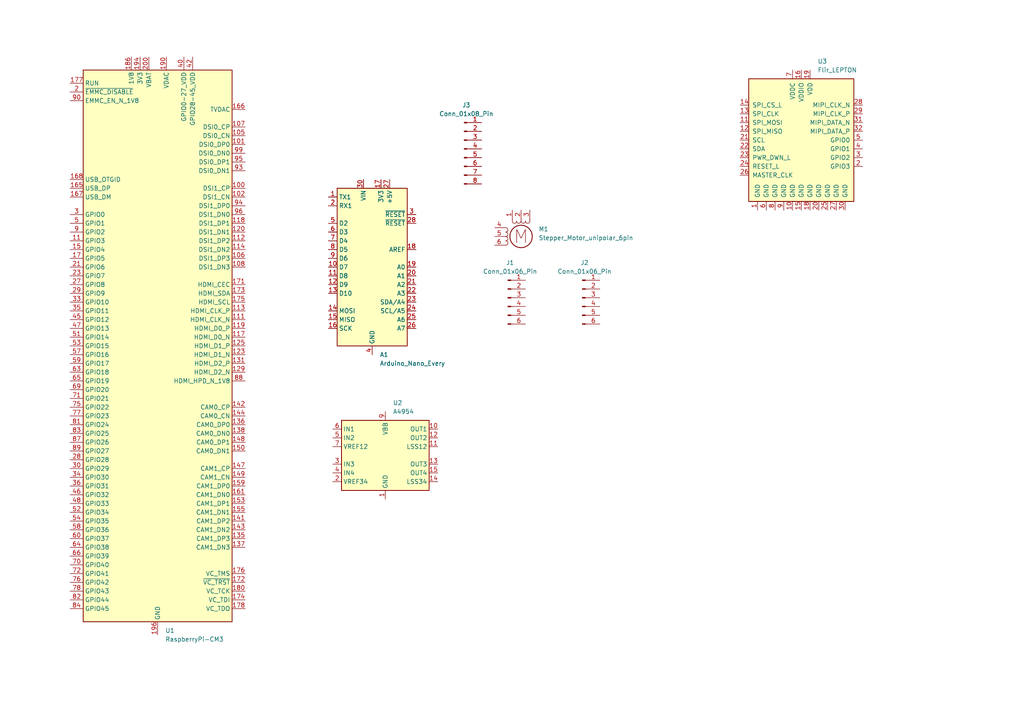
<source format=kicad_sch>
(kicad_sch (version 20230121) (generator eeschema)
  (paper "A4")
  (lib_symbols
    (symbol "Connector:Conn_01x06_Pin" (pin_names (offset 1.016) hide)
      (property "Reference" "J" (at 0 7.62 0))
      (property "Value" "Conn_01x06_Pin" (at 0 -10.16 0))
      (symbol "Conn_01x06_Pin_1_1"
        (polyline (pts (xy 1.27 -7.62) (xy 0.8636 -7.62)) (stroke (width 0.1524)))
        (polyline (pts (xy 1.27 -5.08) (xy 0.8636 -5.08)) (stroke (width 0.1524)))
        (polyline (pts (xy 1.27 -2.54) (xy 0.8636 -2.54)) (stroke (width 0.1524)))
        (polyline (pts (xy 1.27 0) (xy 0.8636 0)) (stroke (width 0.1524)))
        (polyline (pts (xy 1.27 2.54) (xy 0.8636 2.54)) (stroke (width 0.1524)))
        (polyline (pts (xy 1.27 5.08) (xy 0.8636 5.08)) (stroke (width 0.1524)))
        (rectangle (start 0.8636 -7.493) (end 0 -7.747) (stroke (width 0.1524)) (fill (type outline)))
        (rectangle (start 0.8636 -4.953) (end 0 -5.207) (stroke (width 0.1524)) (fill (type outline)))
        (rectangle (start 0.8636 -2.413) (end 0 -2.667) (stroke (width 0.1524)) (fill (type outline)))
        (rectangle (start 0.8636 0.127) (end 0 -0.127) (stroke (width 0.1524)) (fill (type outline)))
        (rectangle (start 0.8636 2.667) (end 0 2.413) (stroke (width 0.1524)) (fill (type outline)))
        (rectangle (start 0.8636 5.207) (end 0 4.953) (stroke (width 0.1524)) (fill (type outline)))
        (pin passive line (at 5.08 5.08 180) (length 3.81) (name "Pin_1") (number "1"))
        (pin passive line (at 5.08 2.54 180) (length 3.81) (name "Pin_2") (number "2"))
        (pin passive line (at 5.08 0 180) (length 3.81) (name "Pin_3") (number "3"))
        (pin passive line (at 5.08 -2.54 180) (length 3.81) (name "Pin_4") (number "4"))
        (pin passive line (at 5.08 -5.08 180) (length 3.81) (name "Pin_5") (number "5"))
        (pin passive line (at 5.08 -7.62 180) (length 3.81) (name "Pin_6") (number "6"))
      )
    )
    (symbol "Connector:Conn_01x08_Pin" (pin_names (offset 1.016) hide)
      (property "Reference" "J" (at 0 10.16 0))
      (property "Value" "Conn_01x08_Pin" (at 0 -12.7 0))
      (symbol "Conn_01x08_Pin_1_1"
        (polyline (pts (xy 1.27 -10.16) (xy 0.8636 -10.16)) (stroke (width 0.1524)))
        (polyline (pts (xy 1.27 -7.62) (xy 0.8636 -7.62)) (stroke (width 0.1524)))
        (polyline (pts (xy 1.27 -5.08) (xy 0.8636 -5.08)) (stroke (width 0.1524)))
        (polyline (pts (xy 1.27 -2.54) (xy 0.8636 -2.54)) (stroke (width 0.1524)))
        (polyline (pts (xy 1.27 0) (xy 0.8636 0)) (stroke (width 0.1524)))
        (polyline (pts (xy 1.27 2.54) (xy 0.8636 2.54)) (stroke (width 0.1524)))
        (polyline (pts (xy 1.27 5.08) (xy 0.8636 5.08)) (stroke (width 0.1524)))
        (polyline (pts (xy 1.27 7.62) (xy 0.8636 7.62)) (stroke (width 0.1524)))
        (rectangle (start 0.8636 -10.033) (end 0 -10.287) (stroke (width 0.1524)) (fill (type outline)))
        (rectangle (start 0.8636 -7.493) (end 0 -7.747) (stroke (width 0.1524)) (fill (type outline)))
        (rectangle (start 0.8636 -4.953) (end 0 -5.207) (stroke (width 0.1524)) (fill (type outline)))
        (rectangle (start 0.8636 -2.413) (end 0 -2.667) (stroke (width 0.1524)) (fill (type outline)))
        (rectangle (start 0.8636 0.127) (end 0 -0.127) (stroke (width 0.1524)) (fill (type outline)))
        (rectangle (start 0.8636 2.667) (end 0 2.413) (stroke (width 0.1524)) (fill (type outline)))
        (rectangle (start 0.8636 5.207) (end 0 4.953) (stroke (width 0.1524)) (fill (type outline)))
        (rectangle (start 0.8636 7.747) (end 0 7.493) (stroke (width 0.1524)) (fill (type outline)))
        (pin passive line (at 5.08 7.62 180) (length 3.81) (name "Pin_1") (number "1"))
        (pin passive line (at 5.08 5.08 180) (length 3.81) (name "Pin_2") (number "2"))
        (pin passive line (at 5.08 2.54 180) (length 3.81) (name "Pin_3") (number "3"))
        (pin passive line (at 5.08 0 180) (length 3.81) (name "Pin_4") (number "4"))
        (pin passive line (at 5.08 -2.54 180) (length 3.81) (name "Pin_5") (number "5"))
        (pin passive line (at 5.08 -5.08 180) (length 3.81) (name "Pin_6") (number "6"))
        (pin passive line (at 5.08 -7.62 180) (length 3.81) (name "Pin_7") (number "7"))
        (pin passive line (at 5.08 -10.16 180) (length 3.81) (name "Pin_8") (number "8"))
      )
    )
    (symbol "Driver_Motor:A4954"
      (property "Reference" "U" (at -11.43 11.43 0))
      (property "Value" "A4954" (at 10.16 11.43 0))
      (symbol "A4954_0_1"
        (rectangle (start -12.7 10.16) (end 12.7 -10.16) (stroke (width 0.254)) (fill (type background)))
      )
      (symbol "A4954_1_1"
        (pin power_in line (at 0 -12.7 90) (length 2.54) (name "GND") (number "1"))
        (pin power_out line (at 15.24 7.62 180) (length 2.54) (name "OUT1") (number "10"))
        (pin power_in line (at 15.24 2.54 180) (length 2.54) (name "LSS12") (number "11"))
        (pin power_out line (at 15.24 5.08 180) (length 2.54) (name "OUT2") (number "12"))
        (pin power_out line (at 15.24 -2.54 180) (length 2.54) (name "OUT3") (number "13"))
        (pin power_in line (at 15.24 -7.62 180) (length 2.54) (name "LSS34") (number "14"))
        (pin power_out line (at 15.24 -5.08 180) (length 2.54) (name "OUT4") (number "15"))
        (pin passive line (at 0 12.7 270) (length 2.54) hide (name "VBB") (number "16"))
        (pin passive line (at 0 -12.7 90) (length 2.54) hide (name "GND") (number "17"))
        (pin input line (at -15.24 -7.62 0) (length 2.54) (name "VREF34") (number "2"))
        (pin input line (at -15.24 -2.54 0) (length 2.54) (name "IN3") (number "3"))
        (pin input line (at -15.24 -5.08 0) (length 2.54) (name "IN4") (number "4"))
        (pin input line (at -15.24 5.08 0) (length 2.54) (name "IN2") (number "5"))
        (pin input line (at -15.24 7.62 0) (length 2.54) (name "IN1") (number "6"))
        (pin input line (at -15.24 2.54 0) (length 2.54) (name "VREF12") (number "7"))
        (pin passive line (at 0 -12.7 90) (length 2.54) hide (name "GND") (number "8"))
        (pin power_in line (at 0 12.7 270) (length 2.54) (name "VBB") (number "9"))
      )
    )
    (symbol "MCU_Module:Arduino_Nano_Every"
      (property "Reference" "A" (at -10.16 23.495 0))
      (property "Value" "Arduino_Nano_Every" (at 5.08 -24.13 0))
      (symbol "Arduino_Nano_Every_0_1"
        (rectangle (start -10.16 22.86) (end 10.16 -22.86) (stroke (width 0.254)) (fill (type background)))
      )
      (symbol "Arduino_Nano_Every_1_1"
        (pin bidirectional line (at -12.7 20.32 0) (length 2.54) (name "TX1") (number "1"))
        (pin bidirectional line (at -12.7 0 0) (length 2.54) (name "D7") (number "10"))
        (pin bidirectional line (at -12.7 -2.54 0) (length 2.54) (name "D8") (number "11"))
        (pin bidirectional line (at -12.7 -5.08 0) (length 2.54) (name "D9") (number "12"))
        (pin bidirectional line (at -12.7 -7.62 0) (length 2.54) (name "D10") (number "13"))
        (pin bidirectional line (at -12.7 -12.7 0) (length 2.54) (name "MOSI") (number "14"))
        (pin bidirectional line (at -12.7 -15.24 0) (length 2.54) (name "MISO") (number "15"))
        (pin bidirectional line (at -12.7 -17.78 0) (length 2.54) (name "SCK") (number "16"))
        (pin power_out line (at 2.54 25.4 270) (length 2.54) (name "3V3") (number "17"))
        (pin input line (at 12.7 5.08 180) (length 2.54) (name "AREF") (number "18"))
        (pin bidirectional line (at 12.7 0 180) (length 2.54) (name "A0") (number "19"))
        (pin bidirectional line (at -12.7 17.78 0) (length 2.54) (name "RX1") (number "2"))
        (pin bidirectional line (at 12.7 -2.54 180) (length 2.54) (name "A1") (number "20"))
        (pin bidirectional line (at 12.7 -5.08 180) (length 2.54) (name "A2") (number "21"))
        (pin bidirectional line (at 12.7 -7.62 180) (length 2.54) (name "A3") (number "22"))
        (pin bidirectional line (at 12.7 -10.16 180) (length 2.54) (name "SDA/A4") (number "23"))
        (pin bidirectional line (at 12.7 -12.7 180) (length 2.54) (name "SCL/A5") (number "24"))
        (pin bidirectional line (at 12.7 -15.24 180) (length 2.54) (name "A6") (number "25"))
        (pin bidirectional line (at 12.7 -17.78 180) (length 2.54) (name "A7") (number "26"))
        (pin power_out line (at 5.08 25.4 270) (length 2.54) (name "+5V") (number "27"))
        (pin input line (at 12.7 12.7 180) (length 2.54) (name "~{RESET}") (number "28"))
        (pin passive line (at 0 -25.4 90) (length 2.54) hide (name "GND") (number "29"))
        (pin input line (at 12.7 15.24 180) (length 2.54) (name "~{RESET}") (number "3"))
        (pin power_in line (at -2.54 25.4 270) (length 2.54) (name "VIN") (number "30"))
        (pin power_in line (at 0 -25.4 90) (length 2.54) (name "GND") (number "4"))
        (pin bidirectional line (at -12.7 12.7 0) (length 2.54) (name "D2") (number "5"))
        (pin bidirectional line (at -12.7 10.16 0) (length 2.54) (name "D3") (number "6"))
        (pin bidirectional line (at -12.7 7.62 0) (length 2.54) (name "D4") (number "7"))
        (pin bidirectional line (at -12.7 5.08 0) (length 2.54) (name "D5") (number "8"))
        (pin bidirectional line (at -12.7 2.54 0) (length 2.54) (name "D6") (number "9"))
      )
    )
    (symbol "MCU_Module:RaspberryPi-CM3"
      (property "Reference" "U" (at -20.32 81.28 0))
      (property "Value" "RaspberryPi-CM3" (at 20.32 81.28 0))
      (symbol "RaspberryPi-CM3_0_1"
        (rectangle (start -21.59 80.01) (end 21.59 -80.01) (stroke (width 0.254)) (fill (type background)))
      )
      (symbol "RaspberryPi-CM3_1_1"
        (pin passive line (at 0 -83.82 90) (length 3.81) hide (name "GND") (number "1"))
        (pin no_connect line (at -20.32 66.04 0) (length 2.54) hide (name "NC") (number "10"))
        (pin output line (at 25.4 45.72 180) (length 3.81) (name "DSI1_CP") (number "100"))
        (pin output line (at 25.4 58.42 180) (length 3.81) (name "DSI0_DP0") (number "101"))
        (pin output line (at 25.4 43.18 180) (length 3.81) (name "DSI1_CN") (number "102"))
        (pin passive line (at 0 -83.82 90) (length 3.81) hide (name "GND") (number "103"))
        (pin passive line (at 0 -83.82 90) (length 3.81) hide (name "GND") (number "104"))
        (pin output line (at 25.4 60.96 180) (length 3.81) (name "DSI0_CN") (number "105"))
        (pin output line (at 25.4 25.4 180) (length 3.81) (name "DSI1_DP3") (number "106"))
        (pin output line (at 25.4 63.5 180) (length 3.81) (name "DSI0_CP") (number "107"))
        (pin output line (at 25.4 22.86 180) (length 3.81) (name "DSI1_DN3") (number "108"))
        (pin passive line (at 0 -83.82 90) (length 3.81) hide (name "GND") (number "109"))
        (pin bidirectional line (at -25.4 30.48 0) (length 3.81) (name "GPIO3") (number "11"))
        (pin passive line (at 0 -83.82 90) (length 3.81) hide (name "GND") (number "110"))
        (pin output line (at 25.4 7.62 180) (length 3.81) (name "HDMI_CLK_N") (number "111"))
        (pin output line (at 25.4 30.48 180) (length 3.81) (name "DSI1_DP2") (number "112"))
        (pin output line (at 25.4 10.16 180) (length 3.81) (name "HDMI_CLK_P") (number "113"))
        (pin output line (at 25.4 27.94 180) (length 3.81) (name "DSI1_DN2") (number "114"))
        (pin passive line (at 0 -83.82 90) (length 3.81) hide (name "GND") (number "115"))
        (pin passive line (at 0 -83.82 90) (length 3.81) hide (name "GND") (number "116"))
        (pin output line (at 25.4 2.54 180) (length 3.81) (name "HDMI_D0_N") (number "117"))
        (pin output line (at 25.4 35.56 180) (length 3.81) (name "DSI1_DP1") (number "118"))
        (pin output line (at 25.4 5.08 180) (length 3.81) (name "HDMI_D0_P") (number "119"))
        (pin no_connect line (at -20.32 63.5 0) (length 2.54) hide (name "NC") (number "12"))
        (pin output line (at 25.4 33.02 180) (length 3.81) (name "DSI1_DN1") (number "120"))
        (pin passive line (at 0 -83.82 90) (length 3.81) hide (name "GND") (number "121"))
        (pin passive line (at 0 -83.82 90) (length 3.81) hide (name "GND") (number "122"))
        (pin output line (at 25.4 -2.54 180) (length 3.81) (name "HDMI_D1_N") (number "123"))
        (pin no_connect line (at 20.32 76.2 180) (length 2.54) hide (name "NC") (number "124"))
        (pin output line (at 25.4 0 180) (length 3.81) (name "HDMI_D1_P") (number "125"))
        (pin no_connect line (at 20.32 73.66 180) (length 2.54) hide (name "NC") (number "126"))
        (pin passive line (at 0 -83.82 90) (length 3.81) hide (name "GND") (number "127"))
        (pin no_connect line (at 20.32 71.12 180) (length 2.54) hide (name "NC") (number "128"))
        (pin output line (at 25.4 -7.62 180) (length 3.81) (name "HDMI_D2_N") (number "129"))
        (pin passive line (at 0 -83.82 90) (length 3.81) hide (name "GND") (number "13"))
        (pin no_connect line (at 20.32 66.04 180) (length 2.54) hide (name "NC") (number "130"))
        (pin output line (at 25.4 -5.08 180) (length 3.81) (name "HDMI_D2_P") (number "131"))
        (pin no_connect line (at 20.32 48.26 180) (length 2.54) hide (name "NC") (number "132"))
        (pin passive line (at 0 -83.82 90) (length 3.81) hide (name "GND") (number "133"))
        (pin passive line (at 0 -83.82 90) (length 3.81) hide (name "GND") (number "134"))
        (pin input line (at 25.4 -55.88 180) (length 3.81) (name "CAM1_DP3") (number "135"))
        (pin input line (at 25.4 -22.86 180) (length 3.81) (name "CAM0_DP0") (number "136"))
        (pin input line (at 25.4 -58.42 180) (length 3.81) (name "CAM1_DN3") (number "137"))
        (pin input line (at 25.4 -25.4 180) (length 3.81) (name "CAM0_DN0") (number "138"))
        (pin passive line (at 0 -83.82 90) (length 3.81) hide (name "GND") (number "139"))
        (pin passive line (at 0 -83.82 90) (length 3.81) hide (name "GND") (number "14"))
        (pin passive line (at 0 -83.82 90) (length 3.81) hide (name "GND") (number "140"))
        (pin input line (at 25.4 -50.8 180) (length 3.81) (name "CAM1_DP2") (number "141"))
        (pin input line (at 25.4 -17.78 180) (length 3.81) (name "CAM0_CP") (number "142"))
        (pin input line (at 25.4 -53.34 180) (length 3.81) (name "CAM1_DN2") (number "143"))
        (pin input line (at 25.4 -20.32 180) (length 3.81) (name "CAM0_CN") (number "144"))
        (pin passive line (at 0 -83.82 90) (length 3.81) hide (name "GND") (number "145"))
        (pin passive line (at 0 -83.82 90) (length 3.81) hide (name "GND") (number "146"))
        (pin input line (at 25.4 -35.56 180) (length 3.81) (name "CAM1_CP") (number "147"))
        (pin input line (at 25.4 -27.94 180) (length 3.81) (name "CAM0_DP1") (number "148"))
        (pin input line (at 25.4 -38.1 180) (length 3.81) (name "CAM1_CN") (number "149"))
        (pin bidirectional line (at -25.4 27.94 0) (length 3.81) (name "GPIO4") (number "15"))
        (pin input line (at 25.4 -30.48 180) (length 3.81) (name "CAM0_DN1") (number "150"))
        (pin passive line (at 0 -83.82 90) (length 3.81) hide (name "GND") (number "151"))
        (pin passive line (at 0 -83.82 90) (length 3.81) hide (name "GND") (number "152"))
        (pin input line (at 25.4 -45.72 180) (length 3.81) (name "CAM1_DP1") (number "153"))
        (pin no_connect line (at 20.32 -15.24 180) (length 2.54) hide (name "NC") (number "154"))
        (pin input line (at 25.4 -48.26 180) (length 3.81) (name "CAM1_DN1") (number "155"))
        (pin no_connect line (at 20.32 -12.7 180) (length 2.54) hide (name "NC") (number "156"))
        (pin passive line (at 0 -83.82 90) (length 3.81) hide (name "GND") (number "157"))
        (pin no_connect line (at 20.32 20.32 180) (length 2.54) hide (name "NC") (number "158"))
        (pin input line (at 25.4 -40.64 180) (length 3.81) (name "CAM1_DP0") (number "159"))
        (pin no_connect line (at -20.32 60.96 0) (length 2.54) hide (name "NC") (number "16"))
        (pin no_connect line (at 20.32 -60.96 180) (length 2.54) hide (name "NC") (number "160"))
        (pin input line (at 25.4 -43.18 180) (length 3.81) (name "CAM1_DN0") (number "161"))
        (pin no_connect line (at 20.32 -63.5 180) (length 2.54) hide (name "NC") (number "162"))
        (pin passive line (at 0 -83.82 90) (length 3.81) hide (name "GND") (number "163"))
        (pin passive line (at 0 -83.82 90) (length 3.81) hide (name "GND") (number "164"))
        (pin bidirectional line (at -25.4 45.72 0) (length 3.81) (name "USB_DP") (number "165"))
        (pin output line (at 25.4 68.58 180) (length 3.81) (name "TVDAC") (number "166"))
        (pin bidirectional line (at -25.4 43.18 0) (length 3.81) (name "USB_DM") (number "167"))
        (pin passive line (at -25.4 48.26 0) (length 3.81) (name "USB_OTGID") (number "168"))
        (pin passive line (at 0 -83.82 90) (length 3.81) hide (name "GND") (number "169"))
        (pin bidirectional line (at -25.4 25.4 0) (length 3.81) (name "GPIO5") (number "17"))
        (pin passive line (at 0 -83.82 90) (length 3.81) hide (name "GND") (number "170"))
        (pin bidirectional line (at 25.4 17.78 180) (length 3.81) (name "HDMI_CEC") (number "171"))
        (pin input line (at 25.4 -68.58 180) (length 3.81) (name "~{VC_TRST}") (number "172"))
        (pin bidirectional line (at 25.4 15.24 180) (length 3.81) (name "HDMI_SDA") (number "173"))
        (pin input line (at 25.4 -73.66 180) (length 3.81) (name "VC_TDI") (number "174"))
        (pin bidirectional line (at 25.4 12.7 180) (length 3.81) (name "HDMI_SCL") (number "175"))
        (pin input line (at 25.4 -66.04 180) (length 3.81) (name "VC_TMS") (number "176"))
        (pin input line (at -25.4 76.2 0) (length 3.81) (name "RUN") (number "177"))
        (pin output line (at 25.4 -76.2 180) (length 3.81) (name "VC_TDO") (number "178"))
        (pin no_connect line (at 0 78.74 270) (length 2.54) hide (name "VDD_CORE_(DO_NOT_CONNECT)") (number "179"))
        (pin no_connect line (at -20.32 58.42 0) (length 2.54) hide (name "NC") (number "18"))
        (pin input line (at 25.4 -71.12 180) (length 3.81) (name "VC_TCK") (number "180"))
        (pin passive line (at 0 -83.82 90) (length 3.81) hide (name "GND") (number "181"))
        (pin passive line (at 0 -83.82 90) (length 3.81) hide (name "GND") (number "182"))
        (pin passive line (at -7.62 83.82 270) (length 3.81) hide (name "1V8") (number "183"))
        (pin passive line (at -7.62 83.82 270) (length 3.81) hide (name "1V8") (number "184"))
        (pin passive line (at -7.62 83.82 270) (length 3.81) hide (name "1V8") (number "185"))
        (pin power_in line (at -7.62 83.82 270) (length 3.81) (name "1V8") (number "186"))
        (pin passive line (at 0 -83.82 90) (length 3.81) hide (name "GND") (number "187"))
        (pin passive line (at 0 -83.82 90) (length 3.81) hide (name "GND") (number "188"))
        (pin passive line (at 2.54 83.82 270) (length 3.81) hide (name "VDAC") (number "189"))
        (pin passive line (at 0 -83.82 90) (length 3.81) hide (name "GND") (number "19"))
        (pin power_in line (at 2.54 83.82 270) (length 3.81) (name "VDAC") (number "190"))
        (pin passive line (at -5.08 83.82 270) (length 3.81) hide (name "3V3") (number "191"))
        (pin passive line (at -5.08 83.82 270) (length 3.81) hide (name "3V3") (number "192"))
        (pin passive line (at -5.08 83.82 270) (length 3.81) hide (name "3V3") (number "193"))
        (pin power_in line (at -5.08 83.82 270) (length 3.81) (name "3V3") (number "194"))
        (pin passive line (at 0 -83.82 90) (length 3.81) hide (name "GND") (number "195"))
        (pin power_out line (at 0 -83.82 90) (length 3.81) (name "GND") (number "196"))
        (pin passive line (at -2.54 83.82 270) (length 3.81) hide (name "VBAT") (number "197"))
        (pin passive line (at -2.54 83.82 270) (length 3.81) hide (name "VBAT") (number "198"))
        (pin passive line (at -2.54 83.82 270) (length 3.81) hide (name "VBAT") (number "199"))
        (pin input line (at -25.4 73.66 0) (length 3.81) (name "~{EMMC_DISABLE}") (number "2"))
        (pin passive line (at 0 -83.82 90) (length 3.81) hide (name "GND") (number "20"))
        (pin power_in line (at -2.54 83.82 270) (length 3.81) (name "VBAT") (number "200"))
        (pin bidirectional line (at -25.4 22.86 0) (length 3.81) (name "GPIO6") (number "21"))
        (pin no_connect line (at -20.32 55.88 0) (length 2.54) hide (name "NC") (number "22"))
        (pin bidirectional line (at -25.4 20.32 0) (length 3.81) (name "GPIO7") (number "23"))
        (pin no_connect line (at -20.32 53.34 0) (length 2.54) hide (name "NC") (number "24"))
        (pin passive line (at 0 -83.82 90) (length 3.81) hide (name "GND") (number "25"))
        (pin passive line (at 0 -83.82 90) (length 3.81) hide (name "GND") (number "26"))
        (pin bidirectional line (at -25.4 17.78 0) (length 3.81) (name "GPIO8") (number "27"))
        (pin bidirectional line (at -25.4 -33.02 0) (length 3.81) (name "GPIO28") (number "28"))
        (pin bidirectional line (at -25.4 15.24 0) (length 3.81) (name "GPIO9") (number "29"))
        (pin bidirectional line (at -25.4 38.1 0) (length 3.81) (name "GPIO0") (number "3"))
        (pin bidirectional line (at -25.4 -35.56 0) (length 3.81) (name "GPIO29") (number "30"))
        (pin passive line (at 0 -83.82 90) (length 3.81) hide (name "GND") (number "31"))
        (pin passive line (at 0 -83.82 90) (length 3.81) hide (name "GND") (number "32"))
        (pin bidirectional line (at -25.4 12.7 0) (length 3.81) (name "GPIO10") (number "33"))
        (pin bidirectional line (at -25.4 -38.1 0) (length 3.81) (name "GPIO30") (number "34"))
        (pin bidirectional line (at -25.4 10.16 0) (length 3.81) (name "GPIO11") (number "35"))
        (pin bidirectional line (at -25.4 -40.64 0) (length 3.81) (name "GPIO31") (number "36"))
        (pin passive line (at 0 -83.82 90) (length 3.81) hide (name "GND") (number "37"))
        (pin passive line (at 0 -83.82 90) (length 3.81) hide (name "GND") (number "38"))
        (pin passive line (at 7.62 83.82 270) (length 3.81) hide (name "GPIO0-27_VDD") (number "39"))
        (pin no_connect line (at 5.08 78.74 270) (length 2.54) hide (name "NC") (number "4"))
        (pin power_in line (at 7.62 83.82 270) (length 3.81) (name "GPIO0-27_VDD") (number "40"))
        (pin passive line (at 10.16 83.82 270) (length 3.81) hide (name "GPIO28-45_VDD") (number "41"))
        (pin power_in line (at 10.16 83.82 270) (length 3.81) (name "GPIO28-45_VDD") (number "42"))
        (pin passive line (at 0 -83.82 90) (length 3.81) hide (name "GND") (number "43"))
        (pin passive line (at 0 -83.82 90) (length 3.81) hide (name "GND") (number "44"))
        (pin bidirectional line (at -25.4 7.62 0) (length 3.81) (name "GPIO12") (number "45"))
        (pin bidirectional line (at -25.4 -43.18 0) (length 3.81) (name "GPIO32") (number "46"))
        (pin bidirectional line (at -25.4 5.08 0) (length 3.81) (name "GPIO13") (number "47"))
        (pin bidirectional line (at -25.4 -45.72 0) (length 3.81) (name "GPIO33") (number "48"))
        (pin passive line (at 0 -83.82 90) (length 3.81) hide (name "GND") (number "49"))
        (pin bidirectional line (at -25.4 35.56 0) (length 3.81) (name "GPIO1") (number "5"))
        (pin passive line (at 0 -83.82 90) (length 3.81) hide (name "GND") (number "50"))
        (pin bidirectional line (at -25.4 2.54 0) (length 3.81) (name "GPIO14") (number "51"))
        (pin bidirectional line (at -25.4 -48.26 0) (length 3.81) (name "GPIO34") (number "52"))
        (pin bidirectional line (at -25.4 0 0) (length 3.81) (name "GPIO15") (number "53"))
        (pin bidirectional line (at -25.4 -50.8 0) (length 3.81) (name "GPIO35") (number "54"))
        (pin passive line (at 0 -83.82 90) (length 3.81) hide (name "GND") (number "55"))
        (pin passive line (at 0 -83.82 90) (length 3.81) hide (name "GND") (number "56"))
        (pin bidirectional line (at -25.4 -2.54 0) (length 3.81) (name "GPIO16") (number "57"))
        (pin bidirectional line (at -25.4 -53.34 0) (length 3.81) (name "GPIO36") (number "58"))
        (pin bidirectional line (at -25.4 -5.08 0) (length 3.81) (name "GPIO17") (number "59"))
        (pin no_connect line (at 12.7 78.74 270) (length 2.54) hide (name "NC") (number "6"))
        (pin bidirectional line (at -25.4 -55.88 0) (length 3.81) (name "GPIO37") (number "60"))
        (pin passive line (at 0 -83.82 90) (length 3.81) hide (name "GND") (number "61"))
        (pin passive line (at 0 -83.82 90) (length 3.81) hide (name "GND") (number "62"))
        (pin bidirectional line (at -25.4 -7.62 0) (length 3.81) (name "GPIO18") (number "63"))
        (pin bidirectional line (at -25.4 -58.42 0) (length 3.81) (name "GPIO38") (number "64"))
        (pin bidirectional line (at -25.4 -10.16 0) (length 3.81) (name "GPIO19") (number "65"))
        (pin bidirectional line (at -25.4 -60.96 0) (length 3.81) (name "GPIO39") (number "66"))
        (pin passive line (at 0 -83.82 90) (length 3.81) hide (name "GND") (number "67"))
        (pin passive line (at 0 -83.82 90) (length 3.81) hide (name "GND") (number "68"))
        (pin bidirectional line (at -25.4 -12.7 0) (length 3.81) (name "GPIO20") (number "69"))
        (pin passive line (at 0 -83.82 90) (length 3.81) hide (name "GND") (number "7"))
        (pin bidirectional line (at -25.4 -63.5 0) (length 3.81) (name "GPIO40") (number "70"))
        (pin bidirectional line (at -25.4 -15.24 0) (length 3.81) (name "GPIO21") (number "71"))
        (pin bidirectional line (at -25.4 -66.04 0) (length 3.81) (name "GPIO41") (number "72"))
        (pin passive line (at 0 -83.82 90) (length 3.81) hide (name "GND") (number "73"))
        (pin passive line (at 0 -83.82 90) (length 3.81) hide (name "GND") (number "74"))
        (pin bidirectional line (at -25.4 -17.78 0) (length 3.81) (name "GPIO22") (number "75"))
        (pin bidirectional line (at -25.4 -68.58 0) (length 3.81) (name "GPIO42") (number "76"))
        (pin bidirectional line (at -25.4 -20.32 0) (length 3.81) (name "GPIO23") (number "77"))
        (pin bidirectional line (at -25.4 -71.12 0) (length 3.81) (name "GPIO43") (number "78"))
        (pin passive line (at 0 -83.82 90) (length 3.81) hide (name "GND") (number "79"))
        (pin passive line (at 0 -83.82 90) (length 3.81) hide (name "GND") (number "8"))
        (pin passive line (at 0 -83.82 90) (length 3.81) hide (name "GND") (number "80"))
        (pin bidirectional line (at -25.4 -22.86 0) (length 3.81) (name "GPIO24") (number "81"))
        (pin bidirectional line (at -25.4 -73.66 0) (length 3.81) (name "GPIO44") (number "82"))
        (pin bidirectional line (at -25.4 -25.4 0) (length 3.81) (name "GPIO25") (number "83"))
        (pin bidirectional line (at -25.4 -76.2 0) (length 3.81) (name "GPIO45") (number "84"))
        (pin passive line (at 0 -83.82 90) (length 3.81) hide (name "GND") (number "85"))
        (pin passive line (at 0 -83.82 90) (length 3.81) hide (name "GND") (number "86"))
        (pin bidirectional line (at -25.4 -27.94 0) (length 3.81) (name "GPIO26") (number "87"))
        (pin input line (at 25.4 -10.16 180) (length 3.81) (name "HDMI_HPD_N_1V8") (number "88"))
        (pin bidirectional line (at -25.4 -30.48 0) (length 3.81) (name "GPIO27") (number "89"))
        (pin bidirectional line (at -25.4 33.02 0) (length 3.81) (name "GPIO2") (number "9"))
        (pin output line (at -25.4 71.12 0) (length 3.81) (name "EMMC_EN_N_1V8") (number "90"))
        (pin passive line (at 0 -83.82 90) (length 3.81) hide (name "GND") (number "91"))
        (pin passive line (at 0 -83.82 90) (length 3.81) hide (name "GND") (number "92"))
        (pin output line (at 25.4 50.8 180) (length 3.81) (name "DSI0_DN1") (number "93"))
        (pin output line (at 25.4 40.64 180) (length 3.81) (name "DSI1_DP0") (number "94"))
        (pin output line (at 25.4 53.34 180) (length 3.81) (name "DSI0_DP1") (number "95"))
        (pin output line (at 25.4 38.1 180) (length 3.81) (name "DSI1_DN0") (number "96"))
        (pin passive line (at 0 -83.82 90) (length 3.81) hide (name "GND") (number "97"))
        (pin passive line (at 0 -83.82 90) (length 3.81) hide (name "GND") (number "98"))
        (pin output line (at 25.4 55.88 180) (length 3.81) (name "DSI0_DN0") (number "99"))
      )
    )
    (symbol "Motor:Stepper_Motor_unipolar_6pin" (pin_names (offset 0) hide)
      (property "Reference" "M" (at 3.81 2.54 0))
      (property "Value" "Stepper_Motor_unipolar_6pin" (at 3.81 1.27 0))
      (symbol "Stepper_Motor_unipolar_6pin_0_0"
        (polyline (pts (xy -1.27 -1.778) (xy -1.27 2.032) (xy 0 -0.508) (xy 1.27 2.032) (xy 1.27 -1.778)))
      )
      (symbol "Stepper_Motor_unipolar_6pin_0_1"
        (arc (start -4.445 -2.54) (mid -3.8127 -1.905) (end -4.445 -1.27))
        (arc (start -4.445 -1.27) (mid -3.8127 -0.635) (end -4.445 0))
        (arc (start -4.445 0) (mid -3.8127 0.635) (end -4.445 1.27))
        (arc (start -4.445 1.27) (mid -3.8127 1.905) (end -4.445 2.54))
        (arc (start -2.54 4.445) (mid -1.905 3.8127) (end -1.27 4.445))
        (arc (start -1.27 4.445) (mid -0.635 3.8127) (end 0 4.445))
        (polyline (pts (xy -5.08 -2.54) (xy -4.445 -2.54)))
        (polyline (pts (xy -5.08 2.54) (xy -4.445 2.54)))
        (polyline (pts (xy -4.445 0) (xy -5.08 0)))
        (polyline (pts (xy -2.54 4.445) (xy -2.54 5.08)))
        (polyline (pts (xy 0 4.445) (xy 0 5.08)))
        (polyline (pts (xy 2.54 4.445) (xy 2.54 5.08)))
        (circle (center 0 0) (radius 3.2512) (stroke (width 0.254)))
        (arc (start 0 4.445) (mid 0.635 3.8127) (end 1.27 4.445))
        (arc (start 1.27 4.445) (mid 1.905 3.8127) (end 2.54 4.445))
      )
      (symbol "Stepper_Motor_unipolar_6pin_1_1"
        (pin passive line (at -2.54 7.62 270) (length 2.54) (name "~") (number "1"))
        (pin passive line (at 0 7.62 270) (length 2.54) (name "~") (number "2"))
        (pin passive line (at 2.54 7.62 270) (length 2.54) (name "-") (number "3"))
        (pin passive line (at -7.62 2.54 0) (length 2.54) (name "~") (number "4"))
        (pin passive line (at -7.62 0 0) (length 2.54) (name "~") (number "5"))
        (pin passive line (at -7.62 -2.54 0) (length 2.54) (name "~") (number "6"))
      )
    )
    (symbol "Sensor_Optical:Flir_LEPTON" (pin_names (offset 1.016))
      (property "Reference" "U" (at -15.24 21.59 0))
      (property "Value" "Flir_LEPTON" (at -15.24 19.05 0))
      (symbol "Flir_LEPTON_0_1"
        (rectangle (start -15.24 17.78) (end 15.24 -17.78) (stroke (width 0.254)) (fill (type background)))
      )
      (symbol "Flir_LEPTON_1_1"
        (pin power_in line (at -12.7 -20.32 90) (length 2.54) (name "GND") (number "1"))
        (pin power_in line (at -2.54 -20.32 90) (length 2.54) (name "GND") (number "10"))
        (pin input line (at -17.78 5.08 0) (length 2.54) (name "SPI_MOSI") (number "11"))
        (pin output line (at -17.78 2.54 0) (length 2.54) (name "SPI_MISO") (number "12"))
        (pin input line (at -17.78 7.62 0) (length 2.54) (name "SPI_CLK") (number "13"))
        (pin input line (at -17.78 10.16 0) (length 2.54) (name "SPI_CS_L") (number "14"))
        (pin power_in line (at 0 -20.32 90) (length 2.54) (name "GND") (number "15"))
        (pin power_in line (at 0 20.32 270) (length 2.54) (name "VDDIO") (number "16"))
        (pin no_connect line (at 15.24 -10.16 180) (length 2.54) hide (name "NC") (number "17"))
        (pin power_in line (at 2.54 -20.32 90) (length 2.54) (name "GND") (number "18"))
        (pin power_in line (at 2.54 20.32 270) (length 2.54) (name "VDD") (number "19"))
        (pin bidirectional line (at 17.78 -7.62 180) (length 2.54) (name "GPIO3") (number "2"))
        (pin power_in line (at 5.08 -20.32 90) (length 2.54) (name "GND") (number "20"))
        (pin input line (at -17.78 0 0) (length 2.54) (name "SCL") (number "21"))
        (pin bidirectional line (at -17.78 -2.54 0) (length 2.54) (name "SDA") (number "22"))
        (pin input line (at -17.78 -5.08 0) (length 2.54) (name "PWR_DWN_L") (number "23"))
        (pin input line (at -17.78 -7.62 0) (length 2.54) (name "RESET_L") (number "24"))
        (pin power_in line (at 7.62 -20.32 90) (length 2.54) (name "GND") (number "25"))
        (pin input line (at -17.78 -10.16 0) (length 2.54) (name "MASTER_CLK") (number "26"))
        (pin power_in line (at 10.16 -20.32 90) (length 2.54) (name "GND") (number "27"))
        (pin output line (at 17.78 10.16 180) (length 2.54) (name "MIPI_CLK_N") (number "28"))
        (pin output line (at 17.78 7.62 180) (length 2.54) (name "MIPI_CLK_P") (number "29"))
        (pin bidirectional line (at 17.78 -5.08 180) (length 2.54) (name "GPIO2") (number "3"))
        (pin power_in line (at 12.7 -20.32 90) (length 2.54) (name "GND") (number "30"))
        (pin output line (at 17.78 5.08 180) (length 2.54) (name "MIPI_DATA_N") (number "31"))
        (pin output line (at 17.78 2.54 180) (length 2.54) (name "MIPI_DATA_P") (number "32"))
        (pin bidirectional line (at 17.78 -2.54 180) (length 2.54) (name "GPIO1") (number "4"))
        (pin bidirectional line (at 17.78 0 180) (length 2.54) (name "GPIO0") (number "5"))
        (pin power_in line (at -10.16 -20.32 90) (length 2.54) (name "GND") (number "6"))
        (pin power_in line (at -2.54 20.32 270) (length 2.54) (name "VDDC") (number "7"))
        (pin power_in line (at -7.62 -20.32 90) (length 2.54) (name "GND") (number "8"))
        (pin power_in line (at -5.08 -20.32 90) (length 2.54) (name "GND") (number "9"))
      )
    )
  )
  (symbol (lib_id "Connector:Conn_01x06_Pin") (at 147.32 86.36 0) (unit 1)
    (property "Reference" "J1" (at 147.955 76.2 0))
    (property "Value" "Conn_01x06_Pin" (at 147.955 78.74 0))
  )
  (symbol (lib_id "MCU_Module:RaspberryPi-CM3") (at 45.72 100.33 0) (unit 1)
    (property "Reference" "U1" (at 47.9141 182.88 0) (effects (justify left)))
    (property "Value" "RaspberryPi-CM3" (at 47.9141 185.42 0) (effects (justify left)))
    (property "Datasheet" "https://www.raspberrypi.org/documentation/hardware/computemodule/datasheets/rpi_DATA_CM_1p0.pdf" (effects hide))
  )
  (symbol (lib_id "Sensor_Optical:Flir_LEPTON") (at 232.41 40.64 0) (unit 1)
    (property "Reference" "U3" (at 237.1441 17.78 0) (effects (justify left)))
    (property "Value" "Flir_LEPTON" (at 237.1441 20.32 0) (effects (justify left)))
    (property "Datasheet" "https://cdn.sparkfun.com/datasheets/Sensors/Infrared/FLIR_Lepton_Data_Brief.pdf" (effects hide))
  )
  (symbol (lib_id "Connector:Conn_01x08_Pin") (at 134.62 43.18 0) (unit 1)
    (property "Reference" "J3" (at 135.255 30.48 0))
    (property "Value" "Conn_01x08_Pin" (at 135.255 33.02 0))
  )
  (symbol (lib_id "MCU_Module:Arduino_Nano_Every") (at 107.95 77.47 0) (unit 1)
    (property "Reference" "A1" (at 110.1441 102.87 0) (effects (justify left)))
    (property "Value" "Arduino_Nano_Every" (at 110.1441 105.41 0) (effects (justify left)))
    (property "Footprint" "Module:Arduino_Nano" (effects hide))
    (property "Datasheet" "https://content.arduino.cc/assets/NANOEveryV3.0_sch.pdf" (effects hide))
  )
  (symbol (lib_id "Connector:Conn_01x06_Pin") (at 168.91 86.36 0) (unit 1)
    (property "Reference" "J2" (at 169.545 76.2 0))
    (property "Value" "Conn_01x06_Pin" (at 169.545 78.74 0))
  )
  (symbol (lib_id "Motor:Stepper_Motor_unipolar_6pin") (at 151.13 68.58 0) (unit 1)
    (property "Reference" "M1" (at 156.21 66.4591 0) (effects (justify left)))
    (property "Value" "Stepper_Motor_unipolar_6pin" (at 156.21 68.9991 0) (effects (justify left)))
    (property "Datasheet" "http://www.infineon.com/dgdl/Application-Note-TLE8110EE_driving_UniPolarStepperMotor_V1.1.pdf?fileId=db3a30431be39b97011be5d0aa0a00b0" (effects hide))
  )
  (symbol (lib_id "Driver_Motor:A4954") (at 111.76 132.08 0) (unit 1)
    (property "Reference" "U2" (at 113.9541 116.84 0) (effects (justify left)))
    (property "Value" "A4954" (at 113.9541 119.38 0) (effects (justify left)))
    (property "Footprint" "Package_SO:TSSOP-16-1EP_4.4x5mm_P0.65mm_EP3x3mm" (effects hide))
    (property "Datasheet" "https://www.allegromicro.com/-/media/Files/Datasheets/A4954-Datasheet.ashx" (effects hide))
  )
)
</source>
